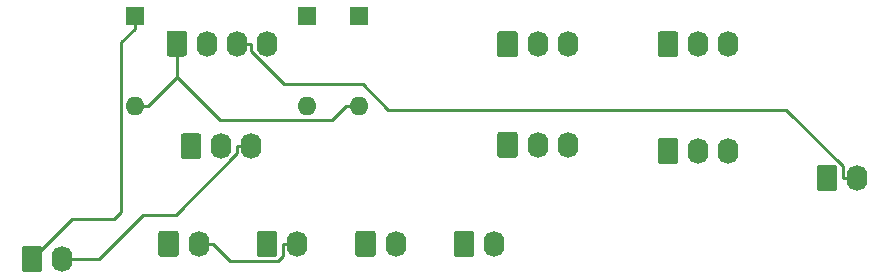
<source format=gbr>
G04 #@! TF.GenerationSoftware,KiCad,Pcbnew,(5.1.5-0-10_14)*
G04 #@! TF.CreationDate,2021-10-24T13:32:57+10:00*
G04 #@! TF.ProjectId,OH - Right Console - 1 - Electrical Power,4f48202d-2052-4696-9768-7420436f6e73,rev?*
G04 #@! TF.SameCoordinates,Original*
G04 #@! TF.FileFunction,Copper,L1,Top*
G04 #@! TF.FilePolarity,Positive*
%FSLAX46Y46*%
G04 Gerber Fmt 4.6, Leading zero omitted, Abs format (unit mm)*
G04 Created by KiCad (PCBNEW (5.1.5-0-10_14)) date 2021-10-24 13:32:57*
%MOMM*%
%LPD*%
G04 APERTURE LIST*
%ADD10O,1.740000X2.200000*%
%ADD11C,0.100000*%
%ADD12O,1.600000X1.600000*%
%ADD13R,1.600000X1.600000*%
%ADD14C,0.250000*%
G04 APERTURE END LIST*
D10*
X132080000Y-98933000D03*
G04 #@! TA.AperFunction,ComponentPad*
D11*
G36*
X130184505Y-97834204D02*
G01*
X130208773Y-97837804D01*
X130232572Y-97843765D01*
X130255671Y-97852030D01*
X130277850Y-97862520D01*
X130298893Y-97875132D01*
X130318599Y-97889747D01*
X130336777Y-97906223D01*
X130353253Y-97924401D01*
X130367868Y-97944107D01*
X130380480Y-97965150D01*
X130390970Y-97987329D01*
X130399235Y-98010428D01*
X130405196Y-98034227D01*
X130408796Y-98058495D01*
X130410000Y-98082999D01*
X130410000Y-99783001D01*
X130408796Y-99807505D01*
X130405196Y-99831773D01*
X130399235Y-99855572D01*
X130390970Y-99878671D01*
X130380480Y-99900850D01*
X130367868Y-99921893D01*
X130353253Y-99941599D01*
X130336777Y-99959777D01*
X130318599Y-99976253D01*
X130298893Y-99990868D01*
X130277850Y-100003480D01*
X130255671Y-100013970D01*
X130232572Y-100022235D01*
X130208773Y-100028196D01*
X130184505Y-100031796D01*
X130160001Y-100033000D01*
X128919999Y-100033000D01*
X128895495Y-100031796D01*
X128871227Y-100028196D01*
X128847428Y-100022235D01*
X128824329Y-100013970D01*
X128802150Y-100003480D01*
X128781107Y-99990868D01*
X128761401Y-99976253D01*
X128743223Y-99959777D01*
X128726747Y-99941599D01*
X128712132Y-99921893D01*
X128699520Y-99900850D01*
X128689030Y-99878671D01*
X128680765Y-99855572D01*
X128674804Y-99831773D01*
X128671204Y-99807505D01*
X128670000Y-99783001D01*
X128670000Y-98082999D01*
X128671204Y-98058495D01*
X128674804Y-98034227D01*
X128680765Y-98010428D01*
X128689030Y-97987329D01*
X128699520Y-97965150D01*
X128712132Y-97944107D01*
X128726747Y-97924401D01*
X128743223Y-97906223D01*
X128761401Y-97889747D01*
X128781107Y-97875132D01*
X128802150Y-97862520D01*
X128824329Y-97852030D01*
X128847428Y-97843765D01*
X128871227Y-97837804D01*
X128895495Y-97834204D01*
X128919999Y-97833000D01*
X130160001Y-97833000D01*
X130184505Y-97834204D01*
G37*
G04 #@! TD.AperFunction*
D10*
X123740000Y-98933000D03*
G04 #@! TA.AperFunction,ComponentPad*
D11*
G36*
X121844505Y-97834204D02*
G01*
X121868773Y-97837804D01*
X121892572Y-97843765D01*
X121915671Y-97852030D01*
X121937850Y-97862520D01*
X121958893Y-97875132D01*
X121978599Y-97889747D01*
X121996777Y-97906223D01*
X122013253Y-97924401D01*
X122027868Y-97944107D01*
X122040480Y-97965150D01*
X122050970Y-97987329D01*
X122059235Y-98010428D01*
X122065196Y-98034227D01*
X122068796Y-98058495D01*
X122070000Y-98082999D01*
X122070000Y-99783001D01*
X122068796Y-99807505D01*
X122065196Y-99831773D01*
X122059235Y-99855572D01*
X122050970Y-99878671D01*
X122040480Y-99900850D01*
X122027868Y-99921893D01*
X122013253Y-99941599D01*
X121996777Y-99959777D01*
X121978599Y-99976253D01*
X121958893Y-99990868D01*
X121937850Y-100003480D01*
X121915671Y-100013970D01*
X121892572Y-100022235D01*
X121868773Y-100028196D01*
X121844505Y-100031796D01*
X121820001Y-100033000D01*
X120579999Y-100033000D01*
X120555495Y-100031796D01*
X120531227Y-100028196D01*
X120507428Y-100022235D01*
X120484329Y-100013970D01*
X120462150Y-100003480D01*
X120441107Y-99990868D01*
X120421401Y-99976253D01*
X120403223Y-99959777D01*
X120386747Y-99941599D01*
X120372132Y-99921893D01*
X120359520Y-99900850D01*
X120349030Y-99878671D01*
X120340765Y-99855572D01*
X120334804Y-99831773D01*
X120331204Y-99807505D01*
X120330000Y-99783001D01*
X120330000Y-98082999D01*
X120331204Y-98058495D01*
X120334804Y-98034227D01*
X120340765Y-98010428D01*
X120349030Y-97987329D01*
X120359520Y-97965150D01*
X120372132Y-97944107D01*
X120386747Y-97924401D01*
X120403223Y-97906223D01*
X120421401Y-97889747D01*
X120441107Y-97875132D01*
X120462150Y-97862520D01*
X120484329Y-97852030D01*
X120507428Y-97843765D01*
X120531227Y-97837804D01*
X120555495Y-97834204D01*
X120579999Y-97833000D01*
X121820001Y-97833000D01*
X121844505Y-97834204D01*
G37*
G04 #@! TD.AperFunction*
D10*
X115401000Y-98933000D03*
G04 #@! TA.AperFunction,ComponentPad*
D11*
G36*
X113505505Y-97834204D02*
G01*
X113529773Y-97837804D01*
X113553572Y-97843765D01*
X113576671Y-97852030D01*
X113598850Y-97862520D01*
X113619893Y-97875132D01*
X113639599Y-97889747D01*
X113657777Y-97906223D01*
X113674253Y-97924401D01*
X113688868Y-97944107D01*
X113701480Y-97965150D01*
X113711970Y-97987329D01*
X113720235Y-98010428D01*
X113726196Y-98034227D01*
X113729796Y-98058495D01*
X113731000Y-98082999D01*
X113731000Y-99783001D01*
X113729796Y-99807505D01*
X113726196Y-99831773D01*
X113720235Y-99855572D01*
X113711970Y-99878671D01*
X113701480Y-99900850D01*
X113688868Y-99921893D01*
X113674253Y-99941599D01*
X113657777Y-99959777D01*
X113639599Y-99976253D01*
X113619893Y-99990868D01*
X113598850Y-100003480D01*
X113576671Y-100013970D01*
X113553572Y-100022235D01*
X113529773Y-100028196D01*
X113505505Y-100031796D01*
X113481001Y-100033000D01*
X112240999Y-100033000D01*
X112216495Y-100031796D01*
X112192227Y-100028196D01*
X112168428Y-100022235D01*
X112145329Y-100013970D01*
X112123150Y-100003480D01*
X112102107Y-99990868D01*
X112082401Y-99976253D01*
X112064223Y-99959777D01*
X112047747Y-99941599D01*
X112033132Y-99921893D01*
X112020520Y-99900850D01*
X112010030Y-99878671D01*
X112001765Y-99855572D01*
X111995804Y-99831773D01*
X111992204Y-99807505D01*
X111991000Y-99783001D01*
X111991000Y-98082999D01*
X111992204Y-98058495D01*
X111995804Y-98034227D01*
X112001765Y-98010428D01*
X112010030Y-97987329D01*
X112020520Y-97965150D01*
X112033132Y-97944107D01*
X112047747Y-97924401D01*
X112064223Y-97906223D01*
X112082401Y-97889747D01*
X112102107Y-97875132D01*
X112123150Y-97862520D01*
X112145329Y-97852030D01*
X112168428Y-97843765D01*
X112192227Y-97837804D01*
X112216495Y-97834204D01*
X112240999Y-97833000D01*
X113481001Y-97833000D01*
X113505505Y-97834204D01*
G37*
G04 #@! TD.AperFunction*
D10*
X107061000Y-98933000D03*
G04 #@! TA.AperFunction,ComponentPad*
D11*
G36*
X105165505Y-97834204D02*
G01*
X105189773Y-97837804D01*
X105213572Y-97843765D01*
X105236671Y-97852030D01*
X105258850Y-97862520D01*
X105279893Y-97875132D01*
X105299599Y-97889747D01*
X105317777Y-97906223D01*
X105334253Y-97924401D01*
X105348868Y-97944107D01*
X105361480Y-97965150D01*
X105371970Y-97987329D01*
X105380235Y-98010428D01*
X105386196Y-98034227D01*
X105389796Y-98058495D01*
X105391000Y-98082999D01*
X105391000Y-99783001D01*
X105389796Y-99807505D01*
X105386196Y-99831773D01*
X105380235Y-99855572D01*
X105371970Y-99878671D01*
X105361480Y-99900850D01*
X105348868Y-99921893D01*
X105334253Y-99941599D01*
X105317777Y-99959777D01*
X105299599Y-99976253D01*
X105279893Y-99990868D01*
X105258850Y-100003480D01*
X105236671Y-100013970D01*
X105213572Y-100022235D01*
X105189773Y-100028196D01*
X105165505Y-100031796D01*
X105141001Y-100033000D01*
X103900999Y-100033000D01*
X103876495Y-100031796D01*
X103852227Y-100028196D01*
X103828428Y-100022235D01*
X103805329Y-100013970D01*
X103783150Y-100003480D01*
X103762107Y-99990868D01*
X103742401Y-99976253D01*
X103724223Y-99959777D01*
X103707747Y-99941599D01*
X103693132Y-99921893D01*
X103680520Y-99900850D01*
X103670030Y-99878671D01*
X103661765Y-99855572D01*
X103655804Y-99831773D01*
X103652204Y-99807505D01*
X103651000Y-99783001D01*
X103651000Y-98082999D01*
X103652204Y-98058495D01*
X103655804Y-98034227D01*
X103661765Y-98010428D01*
X103670030Y-97987329D01*
X103680520Y-97965150D01*
X103693132Y-97944107D01*
X103707747Y-97924401D01*
X103724223Y-97906223D01*
X103742401Y-97889747D01*
X103762107Y-97875132D01*
X103783150Y-97862520D01*
X103805329Y-97852030D01*
X103828428Y-97843765D01*
X103852227Y-97837804D01*
X103876495Y-97834204D01*
X103900999Y-97833000D01*
X105141001Y-97833000D01*
X105165505Y-97834204D01*
G37*
G04 #@! TD.AperFunction*
D10*
X138303000Y-82042000D03*
X135763000Y-82042000D03*
G04 #@! TA.AperFunction,ComponentPad*
D11*
G36*
X133867505Y-80943204D02*
G01*
X133891773Y-80946804D01*
X133915572Y-80952765D01*
X133938671Y-80961030D01*
X133960850Y-80971520D01*
X133981893Y-80984132D01*
X134001599Y-80998747D01*
X134019777Y-81015223D01*
X134036253Y-81033401D01*
X134050868Y-81053107D01*
X134063480Y-81074150D01*
X134073970Y-81096329D01*
X134082235Y-81119428D01*
X134088196Y-81143227D01*
X134091796Y-81167495D01*
X134093000Y-81191999D01*
X134093000Y-82892001D01*
X134091796Y-82916505D01*
X134088196Y-82940773D01*
X134082235Y-82964572D01*
X134073970Y-82987671D01*
X134063480Y-83009850D01*
X134050868Y-83030893D01*
X134036253Y-83050599D01*
X134019777Y-83068777D01*
X134001599Y-83085253D01*
X133981893Y-83099868D01*
X133960850Y-83112480D01*
X133938671Y-83122970D01*
X133915572Y-83131235D01*
X133891773Y-83137196D01*
X133867505Y-83140796D01*
X133843001Y-83142000D01*
X132602999Y-83142000D01*
X132578495Y-83140796D01*
X132554227Y-83137196D01*
X132530428Y-83131235D01*
X132507329Y-83122970D01*
X132485150Y-83112480D01*
X132464107Y-83099868D01*
X132444401Y-83085253D01*
X132426223Y-83068777D01*
X132409747Y-83050599D01*
X132395132Y-83030893D01*
X132382520Y-83009850D01*
X132372030Y-82987671D01*
X132363765Y-82964572D01*
X132357804Y-82940773D01*
X132354204Y-82916505D01*
X132353000Y-82892001D01*
X132353000Y-81191999D01*
X132354204Y-81167495D01*
X132357804Y-81143227D01*
X132363765Y-81119428D01*
X132372030Y-81096329D01*
X132382520Y-81074150D01*
X132395132Y-81053107D01*
X132409747Y-81033401D01*
X132426223Y-81015223D01*
X132444401Y-80998747D01*
X132464107Y-80984132D01*
X132485150Y-80971520D01*
X132507329Y-80961030D01*
X132530428Y-80952765D01*
X132554227Y-80946804D01*
X132578495Y-80943204D01*
X132602999Y-80942000D01*
X133843001Y-80942000D01*
X133867505Y-80943204D01*
G37*
G04 #@! TD.AperFunction*
D10*
X151892000Y-82042000D03*
X149352000Y-82042000D03*
G04 #@! TA.AperFunction,ComponentPad*
D11*
G36*
X147456505Y-80943204D02*
G01*
X147480773Y-80946804D01*
X147504572Y-80952765D01*
X147527671Y-80961030D01*
X147549850Y-80971520D01*
X147570893Y-80984132D01*
X147590599Y-80998747D01*
X147608777Y-81015223D01*
X147625253Y-81033401D01*
X147639868Y-81053107D01*
X147652480Y-81074150D01*
X147662970Y-81096329D01*
X147671235Y-81119428D01*
X147677196Y-81143227D01*
X147680796Y-81167495D01*
X147682000Y-81191999D01*
X147682000Y-82892001D01*
X147680796Y-82916505D01*
X147677196Y-82940773D01*
X147671235Y-82964572D01*
X147662970Y-82987671D01*
X147652480Y-83009850D01*
X147639868Y-83030893D01*
X147625253Y-83050599D01*
X147608777Y-83068777D01*
X147590599Y-83085253D01*
X147570893Y-83099868D01*
X147549850Y-83112480D01*
X147527671Y-83122970D01*
X147504572Y-83131235D01*
X147480773Y-83137196D01*
X147456505Y-83140796D01*
X147432001Y-83142000D01*
X146191999Y-83142000D01*
X146167495Y-83140796D01*
X146143227Y-83137196D01*
X146119428Y-83131235D01*
X146096329Y-83122970D01*
X146074150Y-83112480D01*
X146053107Y-83099868D01*
X146033401Y-83085253D01*
X146015223Y-83068777D01*
X145998747Y-83050599D01*
X145984132Y-83030893D01*
X145971520Y-83009850D01*
X145961030Y-82987671D01*
X145952765Y-82964572D01*
X145946804Y-82940773D01*
X145943204Y-82916505D01*
X145942000Y-82892001D01*
X145942000Y-81191999D01*
X145943204Y-81167495D01*
X145946804Y-81143227D01*
X145952765Y-81119428D01*
X145961030Y-81096329D01*
X145971520Y-81074150D01*
X145984132Y-81053107D01*
X145998747Y-81033401D01*
X146015223Y-81015223D01*
X146033401Y-80998747D01*
X146053107Y-80984132D01*
X146074150Y-80971520D01*
X146096329Y-80961030D01*
X146119428Y-80952765D01*
X146143227Y-80946804D01*
X146167495Y-80943204D01*
X146191999Y-80942000D01*
X147432001Y-80942000D01*
X147456505Y-80943204D01*
G37*
G04 #@! TD.AperFunction*
D10*
X138303000Y-90551000D03*
X135763000Y-90551000D03*
G04 #@! TA.AperFunction,ComponentPad*
D11*
G36*
X133867505Y-89452204D02*
G01*
X133891773Y-89455804D01*
X133915572Y-89461765D01*
X133938671Y-89470030D01*
X133960850Y-89480520D01*
X133981893Y-89493132D01*
X134001599Y-89507747D01*
X134019777Y-89524223D01*
X134036253Y-89542401D01*
X134050868Y-89562107D01*
X134063480Y-89583150D01*
X134073970Y-89605329D01*
X134082235Y-89628428D01*
X134088196Y-89652227D01*
X134091796Y-89676495D01*
X134093000Y-89700999D01*
X134093000Y-91401001D01*
X134091796Y-91425505D01*
X134088196Y-91449773D01*
X134082235Y-91473572D01*
X134073970Y-91496671D01*
X134063480Y-91518850D01*
X134050868Y-91539893D01*
X134036253Y-91559599D01*
X134019777Y-91577777D01*
X134001599Y-91594253D01*
X133981893Y-91608868D01*
X133960850Y-91621480D01*
X133938671Y-91631970D01*
X133915572Y-91640235D01*
X133891773Y-91646196D01*
X133867505Y-91649796D01*
X133843001Y-91651000D01*
X132602999Y-91651000D01*
X132578495Y-91649796D01*
X132554227Y-91646196D01*
X132530428Y-91640235D01*
X132507329Y-91631970D01*
X132485150Y-91621480D01*
X132464107Y-91608868D01*
X132444401Y-91594253D01*
X132426223Y-91577777D01*
X132409747Y-91559599D01*
X132395132Y-91539893D01*
X132382520Y-91518850D01*
X132372030Y-91496671D01*
X132363765Y-91473572D01*
X132357804Y-91449773D01*
X132354204Y-91425505D01*
X132353000Y-91401001D01*
X132353000Y-89700999D01*
X132354204Y-89676495D01*
X132357804Y-89652227D01*
X132363765Y-89628428D01*
X132372030Y-89605329D01*
X132382520Y-89583150D01*
X132395132Y-89562107D01*
X132409747Y-89542401D01*
X132426223Y-89524223D01*
X132444401Y-89507747D01*
X132464107Y-89493132D01*
X132485150Y-89480520D01*
X132507329Y-89470030D01*
X132530428Y-89461765D01*
X132554227Y-89455804D01*
X132578495Y-89452204D01*
X132602999Y-89451000D01*
X133843001Y-89451000D01*
X133867505Y-89452204D01*
G37*
G04 #@! TD.AperFunction*
D10*
X151892000Y-91059000D03*
X149352000Y-91059000D03*
G04 #@! TA.AperFunction,ComponentPad*
D11*
G36*
X147456505Y-89960204D02*
G01*
X147480773Y-89963804D01*
X147504572Y-89969765D01*
X147527671Y-89978030D01*
X147549850Y-89988520D01*
X147570893Y-90001132D01*
X147590599Y-90015747D01*
X147608777Y-90032223D01*
X147625253Y-90050401D01*
X147639868Y-90070107D01*
X147652480Y-90091150D01*
X147662970Y-90113329D01*
X147671235Y-90136428D01*
X147677196Y-90160227D01*
X147680796Y-90184495D01*
X147682000Y-90208999D01*
X147682000Y-91909001D01*
X147680796Y-91933505D01*
X147677196Y-91957773D01*
X147671235Y-91981572D01*
X147662970Y-92004671D01*
X147652480Y-92026850D01*
X147639868Y-92047893D01*
X147625253Y-92067599D01*
X147608777Y-92085777D01*
X147590599Y-92102253D01*
X147570893Y-92116868D01*
X147549850Y-92129480D01*
X147527671Y-92139970D01*
X147504572Y-92148235D01*
X147480773Y-92154196D01*
X147456505Y-92157796D01*
X147432001Y-92159000D01*
X146191999Y-92159000D01*
X146167495Y-92157796D01*
X146143227Y-92154196D01*
X146119428Y-92148235D01*
X146096329Y-92139970D01*
X146074150Y-92129480D01*
X146053107Y-92116868D01*
X146033401Y-92102253D01*
X146015223Y-92085777D01*
X145998747Y-92067599D01*
X145984132Y-92047893D01*
X145971520Y-92026850D01*
X145961030Y-92004671D01*
X145952765Y-91981572D01*
X145946804Y-91957773D01*
X145943204Y-91933505D01*
X145942000Y-91909001D01*
X145942000Y-90208999D01*
X145943204Y-90184495D01*
X145946804Y-90160227D01*
X145952765Y-90136428D01*
X145961030Y-90113329D01*
X145971520Y-90091150D01*
X145984132Y-90070107D01*
X145998747Y-90050401D01*
X146015223Y-90032223D01*
X146033401Y-90015747D01*
X146053107Y-90001132D01*
X146074150Y-89988520D01*
X146096329Y-89978030D01*
X146119428Y-89969765D01*
X146143227Y-89963804D01*
X146167495Y-89960204D01*
X146191999Y-89959000D01*
X147432001Y-89959000D01*
X147456505Y-89960204D01*
G37*
G04 #@! TD.AperFunction*
D10*
X112840000Y-81978500D03*
X110300000Y-81978500D03*
X107760000Y-81978500D03*
G04 #@! TA.AperFunction,ComponentPad*
D11*
G36*
X105864505Y-80879704D02*
G01*
X105888773Y-80883304D01*
X105912572Y-80889265D01*
X105935671Y-80897530D01*
X105957850Y-80908020D01*
X105978893Y-80920632D01*
X105998599Y-80935247D01*
X106016777Y-80951723D01*
X106033253Y-80969901D01*
X106047868Y-80989607D01*
X106060480Y-81010650D01*
X106070970Y-81032829D01*
X106079235Y-81055928D01*
X106085196Y-81079727D01*
X106088796Y-81103995D01*
X106090000Y-81128499D01*
X106090000Y-82828501D01*
X106088796Y-82853005D01*
X106085196Y-82877273D01*
X106079235Y-82901072D01*
X106070970Y-82924171D01*
X106060480Y-82946350D01*
X106047868Y-82967393D01*
X106033253Y-82987099D01*
X106016777Y-83005277D01*
X105998599Y-83021753D01*
X105978893Y-83036368D01*
X105957850Y-83048980D01*
X105935671Y-83059470D01*
X105912572Y-83067735D01*
X105888773Y-83073696D01*
X105864505Y-83077296D01*
X105840001Y-83078500D01*
X104599999Y-83078500D01*
X104575495Y-83077296D01*
X104551227Y-83073696D01*
X104527428Y-83067735D01*
X104504329Y-83059470D01*
X104482150Y-83048980D01*
X104461107Y-83036368D01*
X104441401Y-83021753D01*
X104423223Y-83005277D01*
X104406747Y-82987099D01*
X104392132Y-82967393D01*
X104379520Y-82946350D01*
X104369030Y-82924171D01*
X104360765Y-82901072D01*
X104354804Y-82877273D01*
X104351204Y-82853005D01*
X104350000Y-82828501D01*
X104350000Y-81128499D01*
X104351204Y-81103995D01*
X104354804Y-81079727D01*
X104360765Y-81055928D01*
X104369030Y-81032829D01*
X104379520Y-81010650D01*
X104392132Y-80989607D01*
X104406747Y-80969901D01*
X104423223Y-80951723D01*
X104441401Y-80935247D01*
X104461107Y-80920632D01*
X104482150Y-80908020D01*
X104504329Y-80897530D01*
X104527428Y-80889265D01*
X104551227Y-80883304D01*
X104575495Y-80879704D01*
X104599999Y-80878500D01*
X105840001Y-80878500D01*
X105864505Y-80879704D01*
G37*
G04 #@! TD.AperFunction*
D10*
X162814000Y-93345000D03*
G04 #@! TA.AperFunction,ComponentPad*
D11*
G36*
X160918505Y-92246204D02*
G01*
X160942773Y-92249804D01*
X160966572Y-92255765D01*
X160989671Y-92264030D01*
X161011850Y-92274520D01*
X161032893Y-92287132D01*
X161052599Y-92301747D01*
X161070777Y-92318223D01*
X161087253Y-92336401D01*
X161101868Y-92356107D01*
X161114480Y-92377150D01*
X161124970Y-92399329D01*
X161133235Y-92422428D01*
X161139196Y-92446227D01*
X161142796Y-92470495D01*
X161144000Y-92494999D01*
X161144000Y-94195001D01*
X161142796Y-94219505D01*
X161139196Y-94243773D01*
X161133235Y-94267572D01*
X161124970Y-94290671D01*
X161114480Y-94312850D01*
X161101868Y-94333893D01*
X161087253Y-94353599D01*
X161070777Y-94371777D01*
X161052599Y-94388253D01*
X161032893Y-94402868D01*
X161011850Y-94415480D01*
X160989671Y-94425970D01*
X160966572Y-94434235D01*
X160942773Y-94440196D01*
X160918505Y-94443796D01*
X160894001Y-94445000D01*
X159653999Y-94445000D01*
X159629495Y-94443796D01*
X159605227Y-94440196D01*
X159581428Y-94434235D01*
X159558329Y-94425970D01*
X159536150Y-94415480D01*
X159515107Y-94402868D01*
X159495401Y-94388253D01*
X159477223Y-94371777D01*
X159460747Y-94353599D01*
X159446132Y-94333893D01*
X159433520Y-94312850D01*
X159423030Y-94290671D01*
X159414765Y-94267572D01*
X159408804Y-94243773D01*
X159405204Y-94219505D01*
X159404000Y-94195001D01*
X159404000Y-92494999D01*
X159405204Y-92470495D01*
X159408804Y-92446227D01*
X159414765Y-92422428D01*
X159423030Y-92399329D01*
X159433520Y-92377150D01*
X159446132Y-92356107D01*
X159460747Y-92336401D01*
X159477223Y-92318223D01*
X159495401Y-92301747D01*
X159515107Y-92287132D01*
X159536150Y-92274520D01*
X159558329Y-92264030D01*
X159581428Y-92255765D01*
X159605227Y-92249804D01*
X159629495Y-92246204D01*
X159653999Y-92245000D01*
X160894001Y-92245000D01*
X160918505Y-92246204D01*
G37*
G04 #@! TD.AperFunction*
D10*
X95504000Y-100203000D03*
G04 #@! TA.AperFunction,ComponentPad*
D11*
G36*
X93608505Y-99104204D02*
G01*
X93632773Y-99107804D01*
X93656572Y-99113765D01*
X93679671Y-99122030D01*
X93701850Y-99132520D01*
X93722893Y-99145132D01*
X93742599Y-99159747D01*
X93760777Y-99176223D01*
X93777253Y-99194401D01*
X93791868Y-99214107D01*
X93804480Y-99235150D01*
X93814970Y-99257329D01*
X93823235Y-99280428D01*
X93829196Y-99304227D01*
X93832796Y-99328495D01*
X93834000Y-99352999D01*
X93834000Y-101053001D01*
X93832796Y-101077505D01*
X93829196Y-101101773D01*
X93823235Y-101125572D01*
X93814970Y-101148671D01*
X93804480Y-101170850D01*
X93791868Y-101191893D01*
X93777253Y-101211599D01*
X93760777Y-101229777D01*
X93742599Y-101246253D01*
X93722893Y-101260868D01*
X93701850Y-101273480D01*
X93679671Y-101283970D01*
X93656572Y-101292235D01*
X93632773Y-101298196D01*
X93608505Y-101301796D01*
X93584001Y-101303000D01*
X92343999Y-101303000D01*
X92319495Y-101301796D01*
X92295227Y-101298196D01*
X92271428Y-101292235D01*
X92248329Y-101283970D01*
X92226150Y-101273480D01*
X92205107Y-101260868D01*
X92185401Y-101246253D01*
X92167223Y-101229777D01*
X92150747Y-101211599D01*
X92136132Y-101191893D01*
X92123520Y-101170850D01*
X92113030Y-101148671D01*
X92104765Y-101125572D01*
X92098804Y-101101773D01*
X92095204Y-101077505D01*
X92094000Y-101053001D01*
X92094000Y-99352999D01*
X92095204Y-99328495D01*
X92098804Y-99304227D01*
X92104765Y-99280428D01*
X92113030Y-99257329D01*
X92123520Y-99235150D01*
X92136132Y-99214107D01*
X92150747Y-99194401D01*
X92167223Y-99176223D01*
X92185401Y-99159747D01*
X92205107Y-99145132D01*
X92226150Y-99132520D01*
X92248329Y-99122030D01*
X92271428Y-99113765D01*
X92295227Y-99107804D01*
X92319495Y-99104204D01*
X92343999Y-99103000D01*
X93584001Y-99103000D01*
X93608505Y-99104204D01*
G37*
G04 #@! TD.AperFunction*
D10*
X111506000Y-90678000D03*
X108966000Y-90678000D03*
G04 #@! TA.AperFunction,ComponentPad*
D11*
G36*
X107070505Y-89579204D02*
G01*
X107094773Y-89582804D01*
X107118572Y-89588765D01*
X107141671Y-89597030D01*
X107163850Y-89607520D01*
X107184893Y-89620132D01*
X107204599Y-89634747D01*
X107222777Y-89651223D01*
X107239253Y-89669401D01*
X107253868Y-89689107D01*
X107266480Y-89710150D01*
X107276970Y-89732329D01*
X107285235Y-89755428D01*
X107291196Y-89779227D01*
X107294796Y-89803495D01*
X107296000Y-89827999D01*
X107296000Y-91528001D01*
X107294796Y-91552505D01*
X107291196Y-91576773D01*
X107285235Y-91600572D01*
X107276970Y-91623671D01*
X107266480Y-91645850D01*
X107253868Y-91666893D01*
X107239253Y-91686599D01*
X107222777Y-91704777D01*
X107204599Y-91721253D01*
X107184893Y-91735868D01*
X107163850Y-91748480D01*
X107141671Y-91758970D01*
X107118572Y-91767235D01*
X107094773Y-91773196D01*
X107070505Y-91776796D01*
X107046001Y-91778000D01*
X105805999Y-91778000D01*
X105781495Y-91776796D01*
X105757227Y-91773196D01*
X105733428Y-91767235D01*
X105710329Y-91758970D01*
X105688150Y-91748480D01*
X105667107Y-91735868D01*
X105647401Y-91721253D01*
X105629223Y-91704777D01*
X105612747Y-91686599D01*
X105598132Y-91666893D01*
X105585520Y-91645850D01*
X105575030Y-91623671D01*
X105566765Y-91600572D01*
X105560804Y-91576773D01*
X105557204Y-91552505D01*
X105556000Y-91528001D01*
X105556000Y-89827999D01*
X105557204Y-89803495D01*
X105560804Y-89779227D01*
X105566765Y-89755428D01*
X105575030Y-89732329D01*
X105585520Y-89710150D01*
X105598132Y-89689107D01*
X105612747Y-89669401D01*
X105629223Y-89651223D01*
X105647401Y-89634747D01*
X105667107Y-89620132D01*
X105688150Y-89607520D01*
X105710329Y-89597030D01*
X105733428Y-89588765D01*
X105757227Y-89582804D01*
X105781495Y-89579204D01*
X105805999Y-89578000D01*
X107046001Y-89578000D01*
X107070505Y-89579204D01*
G37*
G04 #@! TD.AperFunction*
D12*
X101664000Y-87249000D03*
D13*
X101664000Y-79629000D03*
D12*
X116205000Y-87292000D03*
D13*
X116205000Y-79672000D03*
D12*
X120650000Y-87292000D03*
D13*
X120650000Y-79672000D03*
D14*
X105220000Y-84818300D02*
X105220000Y-81978500D01*
X102676700Y-87249000D02*
X102789300Y-87249000D01*
X102789300Y-87249000D02*
X105220000Y-84818300D01*
X119524700Y-87292000D02*
X118374300Y-88442400D01*
X118374300Y-88442400D02*
X108844100Y-88442400D01*
X108844100Y-88442400D02*
X105220000Y-84818300D01*
X101664000Y-87249000D02*
X102676700Y-87249000D01*
X120650000Y-87292000D02*
X119524700Y-87292000D01*
X101664000Y-79629000D02*
X101664000Y-80754300D01*
X101664000Y-80754300D02*
X100538700Y-81879600D01*
X100538700Y-81879600D02*
X100538700Y-96204600D01*
X100538700Y-96204600D02*
X99885200Y-96858100D01*
X99885200Y-96858100D02*
X96308900Y-96858100D01*
X96308900Y-96858100D02*
X92964000Y-100203000D01*
X96699300Y-100203000D02*
X98650500Y-100203000D01*
X98650500Y-100203000D02*
X102379100Y-96474400D01*
X102379100Y-96474400D02*
X105111900Y-96474400D01*
X105111900Y-96474400D02*
X110310700Y-91275600D01*
X110310700Y-91275600D02*
X110310700Y-90678000D01*
X95504000Y-100203000D02*
X96699300Y-100203000D01*
X111506000Y-90678000D02*
X110310700Y-90678000D01*
X162814000Y-93345000D02*
X161618700Y-93345000D01*
X110300000Y-81978500D02*
X111495300Y-81978500D01*
X111495300Y-81978500D02*
X111495300Y-82576100D01*
X111495300Y-82576100D02*
X114309700Y-85390500D01*
X114309700Y-85390500D02*
X120959100Y-85390500D01*
X120959100Y-85390500D02*
X123143700Y-87575100D01*
X123143700Y-87575100D02*
X156820000Y-87575100D01*
X156820000Y-87575100D02*
X161618700Y-92373800D01*
X161618700Y-92373800D02*
X161618700Y-93345000D01*
X115401000Y-98933000D02*
X114205700Y-98933000D01*
X107061000Y-98933000D02*
X108256300Y-98933000D01*
X108256300Y-98933000D02*
X109690000Y-100366700D01*
X109690000Y-100366700D02*
X113784000Y-100366700D01*
X113784000Y-100366700D02*
X114205700Y-99945000D01*
X114205700Y-99945000D02*
X114205700Y-98933000D01*
M02*

</source>
